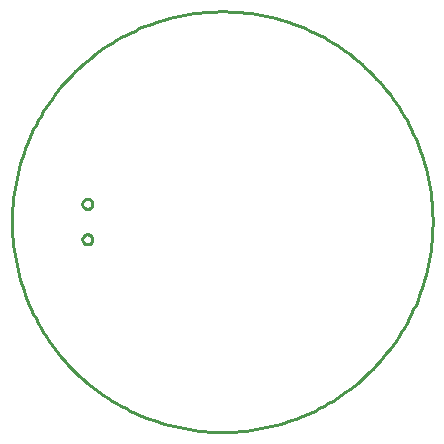
<source format=gbr>
G04 EAGLE Gerber RS-274X export*
G75*
%MOMM*%
%FSLAX34Y34*%
%LPD*%
%IN*%
%IPPOS*%
%AMOC8*
5,1,8,0,0,1.08239X$1,22.5*%
G01*
%ADD10C,0.254000*%


D10*
X355800Y175616D02*
X355800Y179985D01*
X355693Y184352D01*
X355478Y188716D01*
X355157Y193073D01*
X354729Y197421D01*
X354194Y201757D01*
X353553Y206079D01*
X352806Y210384D01*
X351954Y214669D01*
X350996Y218931D01*
X349935Y223170D01*
X348770Y227380D01*
X347501Y231561D01*
X346131Y235710D01*
X344659Y239823D01*
X343087Y243899D01*
X341415Y247936D01*
X339644Y251930D01*
X337776Y255880D01*
X335812Y259782D01*
X333752Y263635D01*
X331599Y267437D01*
X329353Y271184D01*
X327015Y274875D01*
X324588Y278508D01*
X322072Y282080D01*
X319470Y285589D01*
X316782Y289033D01*
X314010Y292411D01*
X311156Y295719D01*
X308222Y298956D01*
X305210Y302120D01*
X302120Y305210D01*
X298956Y308222D01*
X295719Y311156D01*
X292411Y314010D01*
X289033Y316782D01*
X285589Y319470D01*
X282080Y322072D01*
X278508Y324588D01*
X274875Y327015D01*
X271184Y329353D01*
X267437Y331599D01*
X263635Y333752D01*
X259782Y335812D01*
X255880Y337776D01*
X251930Y339644D01*
X247936Y341415D01*
X243899Y343087D01*
X239823Y344659D01*
X235710Y346131D01*
X231561Y347501D01*
X227380Y348770D01*
X223170Y349935D01*
X218931Y350996D01*
X214669Y351954D01*
X210384Y352806D01*
X206079Y353553D01*
X201757Y354194D01*
X197421Y354729D01*
X193073Y355157D01*
X188716Y355478D01*
X184352Y355693D01*
X179985Y355800D01*
X175616Y355800D01*
X171248Y355693D01*
X166884Y355478D01*
X162527Y355157D01*
X158179Y354729D01*
X153843Y354194D01*
X149521Y353553D01*
X145216Y352806D01*
X140931Y351954D01*
X136669Y350996D01*
X132431Y349935D01*
X128220Y348770D01*
X124039Y347501D01*
X119890Y346131D01*
X115777Y344659D01*
X111701Y343087D01*
X107664Y341415D01*
X103670Y339644D01*
X99720Y337776D01*
X95818Y335812D01*
X91965Y333752D01*
X88163Y331599D01*
X84416Y329353D01*
X80725Y327015D01*
X77092Y324588D01*
X73520Y322072D01*
X70011Y319470D01*
X66567Y316782D01*
X63189Y314010D01*
X59881Y311156D01*
X56644Y308222D01*
X53480Y305210D01*
X50390Y302120D01*
X47378Y298956D01*
X44444Y295719D01*
X41590Y292411D01*
X38818Y289033D01*
X36130Y285589D01*
X33528Y282080D01*
X31012Y278508D01*
X28585Y274875D01*
X26247Y271184D01*
X24001Y267437D01*
X21848Y263635D01*
X19788Y259782D01*
X17824Y255880D01*
X15956Y251930D01*
X14185Y247936D01*
X12513Y243899D01*
X10941Y239823D01*
X9469Y235710D01*
X8099Y231561D01*
X6831Y227380D01*
X5665Y223170D01*
X4604Y218931D01*
X3646Y214669D01*
X2794Y210384D01*
X2047Y206079D01*
X1406Y201757D01*
X871Y197421D01*
X443Y193073D01*
X122Y188716D01*
X-93Y184352D01*
X-200Y179985D01*
X-200Y175616D01*
X-93Y171248D01*
X122Y166884D01*
X443Y162527D01*
X871Y158179D01*
X1406Y153843D01*
X2047Y149521D01*
X2794Y145216D01*
X3646Y140931D01*
X4604Y136669D01*
X5665Y132431D01*
X6831Y128220D01*
X8099Y124039D01*
X9469Y119890D01*
X10941Y115777D01*
X12513Y111701D01*
X14185Y107664D01*
X15956Y103670D01*
X17824Y99720D01*
X19788Y95818D01*
X21848Y91965D01*
X24001Y88163D01*
X26247Y84416D01*
X28585Y80725D01*
X31012Y77092D01*
X33528Y73520D01*
X36130Y70011D01*
X38818Y66567D01*
X41590Y63189D01*
X44444Y59881D01*
X47378Y56644D01*
X50390Y53480D01*
X53480Y50390D01*
X56644Y47378D01*
X59881Y44444D01*
X63189Y41590D01*
X66567Y38818D01*
X70011Y36130D01*
X73520Y33528D01*
X77092Y31012D01*
X80725Y28585D01*
X84416Y26247D01*
X88163Y24001D01*
X91965Y21848D01*
X95818Y19788D01*
X99720Y17824D01*
X103670Y15956D01*
X107664Y14185D01*
X111701Y12513D01*
X115777Y10941D01*
X119890Y9469D01*
X124039Y8099D01*
X128220Y6831D01*
X132431Y5665D01*
X136669Y4604D01*
X140931Y3646D01*
X145216Y2794D01*
X149521Y2047D01*
X153843Y1406D01*
X158179Y871D01*
X162527Y443D01*
X166884Y122D01*
X171248Y-93D01*
X175616Y-200D01*
X179985Y-200D01*
X184352Y-93D01*
X188716Y122D01*
X193073Y443D01*
X197421Y871D01*
X201757Y1406D01*
X206079Y2047D01*
X210384Y2794D01*
X214669Y3646D01*
X218931Y4604D01*
X223170Y5665D01*
X227380Y6831D01*
X231561Y8099D01*
X235710Y9469D01*
X239823Y10941D01*
X243899Y12513D01*
X247936Y14185D01*
X251930Y15956D01*
X255880Y17824D01*
X259782Y19788D01*
X263635Y21848D01*
X267437Y24001D01*
X271184Y26247D01*
X274875Y28585D01*
X278508Y31012D01*
X282080Y33528D01*
X285589Y36130D01*
X289033Y38818D01*
X292411Y41590D01*
X295719Y44444D01*
X298956Y47378D01*
X302120Y50390D01*
X305210Y53480D01*
X308222Y56644D01*
X311156Y59881D01*
X314010Y63189D01*
X316782Y66567D01*
X319470Y70011D01*
X322072Y73520D01*
X324588Y77092D01*
X327015Y80725D01*
X329353Y84416D01*
X331599Y88163D01*
X333752Y91965D01*
X335812Y95818D01*
X337776Y99720D01*
X339644Y103670D01*
X341415Y107664D01*
X343087Y111701D01*
X344659Y115777D01*
X346131Y119890D01*
X347501Y124039D01*
X348770Y128220D01*
X349935Y132431D01*
X350996Y136669D01*
X351954Y140931D01*
X352806Y145216D01*
X353553Y149521D01*
X354194Y153843D01*
X354729Y158179D01*
X355157Y162527D01*
X355478Y166884D01*
X355693Y171248D01*
X355800Y175616D01*
X63779Y197050D02*
X64331Y196977D01*
X64869Y196833D01*
X65384Y196620D01*
X65866Y196341D01*
X66308Y196002D01*
X66702Y195608D01*
X67041Y195166D01*
X67320Y194684D01*
X67533Y194169D01*
X67677Y193631D01*
X67750Y193079D01*
X67750Y192521D01*
X67677Y191969D01*
X67533Y191431D01*
X67320Y190916D01*
X67041Y190434D01*
X66702Y189992D01*
X66308Y189598D01*
X65866Y189259D01*
X65384Y188980D01*
X64869Y188767D01*
X64331Y188623D01*
X63779Y188550D01*
X63221Y188550D01*
X62669Y188623D01*
X62131Y188767D01*
X61616Y188980D01*
X61134Y189259D01*
X60692Y189598D01*
X60298Y189992D01*
X59959Y190434D01*
X59680Y190916D01*
X59467Y191431D01*
X59323Y191969D01*
X59250Y192521D01*
X59250Y193079D01*
X59323Y193631D01*
X59467Y194169D01*
X59680Y194684D01*
X59959Y195166D01*
X60298Y195608D01*
X60692Y196002D01*
X61134Y196341D01*
X61616Y196620D01*
X62131Y196833D01*
X62669Y196977D01*
X63221Y197050D01*
X63779Y197050D01*
X63779Y167050D02*
X64331Y166977D01*
X64869Y166833D01*
X65384Y166620D01*
X65866Y166341D01*
X66308Y166002D01*
X66702Y165608D01*
X67041Y165166D01*
X67320Y164684D01*
X67533Y164169D01*
X67677Y163631D01*
X67750Y163079D01*
X67750Y162521D01*
X67677Y161969D01*
X67533Y161431D01*
X67320Y160916D01*
X67041Y160434D01*
X66702Y159992D01*
X66308Y159598D01*
X65866Y159259D01*
X65384Y158980D01*
X64869Y158767D01*
X64331Y158623D01*
X63779Y158550D01*
X63221Y158550D01*
X62669Y158623D01*
X62131Y158767D01*
X61616Y158980D01*
X61134Y159259D01*
X60692Y159598D01*
X60298Y159992D01*
X59959Y160434D01*
X59680Y160916D01*
X59467Y161431D01*
X59323Y161969D01*
X59250Y162521D01*
X59250Y163079D01*
X59323Y163631D01*
X59467Y164169D01*
X59680Y164684D01*
X59959Y165166D01*
X60298Y165608D01*
X60692Y166002D01*
X61134Y166341D01*
X61616Y166620D01*
X62131Y166833D01*
X62669Y166977D01*
X63221Y167050D01*
X63779Y167050D01*
M02*

</source>
